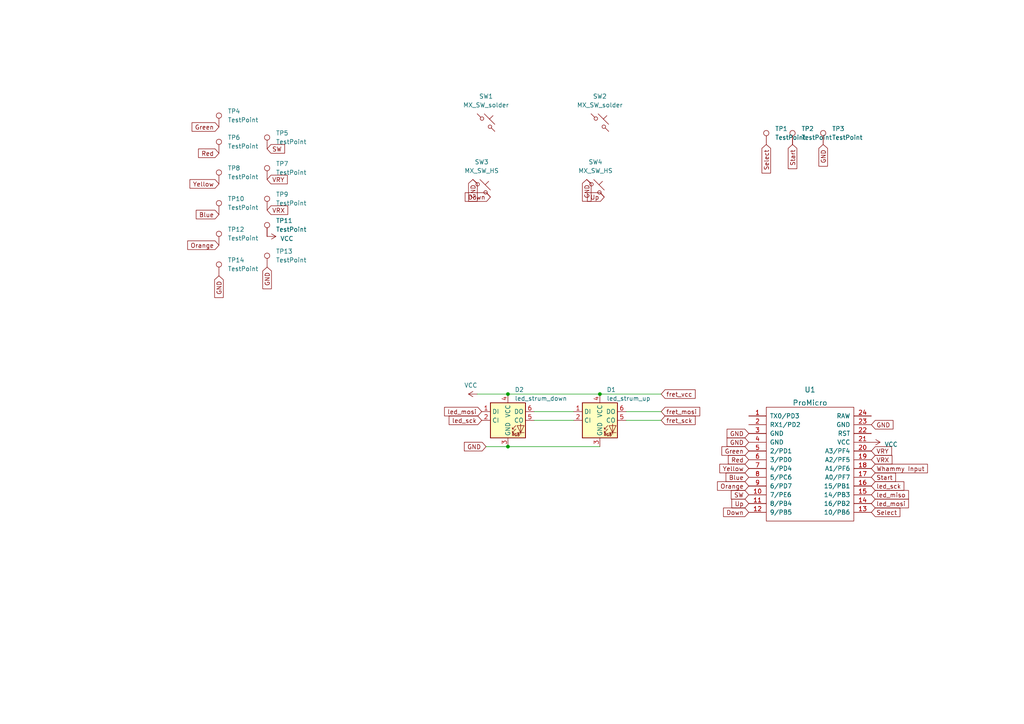
<source format=kicad_sch>
(kicad_sch (version 20230121) (generator eeschema)
  (paper "A4")
  (lib_symbols
    (symbol "Connector:TestPoint" (pin_numbers hide) (pin_names (offset 0.762) hide)
      (property "Reference" "TP" (at 0 6.858 0))
      (property "Value" "TestPoint" (at 0 5.08 0))
      (symbol "TestPoint_0_1"
        (circle (center 0 3.302) (radius 0.762))
      )
      (symbol "TestPoint_1_1"
        (pin passive line (at 0 0 90) (length 2.54) (name "1") (number "1"))
      )
    )
    (symbol "LED:APA102"
      (property "Reference" "D" (at 5.08 5.715 0))
      (property "Value" "APA102" (at 1.27 -5.715 0))
      (symbol "APA102_0_0"
        (text "RGB" (at 2.286 -4.191 0) (effects (font (size 0.762 0.762))))
      )
      (symbol "APA102_0_1"
        (polyline (pts (xy 1.27 -3.556) (xy 1.778 -3.556)))
        (polyline (pts (xy 1.27 -2.54) (xy 1.778 -2.54)))
        (polyline (pts (xy 4.699 -3.556) (xy 2.667 -3.556)))
        (polyline (pts (xy 2.286 -2.54) (xy 1.27 -3.556) (xy 1.27 -3.048)))
        (polyline (pts (xy 2.286 -1.524) (xy 1.27 -2.54) (xy 1.27 -2.032)))
        (polyline (pts (xy 3.683 -1.016) (xy 3.683 -3.556) (xy 3.683 -4.064)))
        (polyline (pts (xy 4.699 -1.524) (xy 2.667 -1.524) (xy 3.683 -3.556) (xy 4.699 -1.524)))
        (rectangle (start 5.08 5.08) (end -5.08 -5.08) (stroke (width 0.254)) (fill (type background)))
      )
      (symbol "APA102_1_1"
        (pin input line (at -7.62 2.54 0) (length 2.54) (name "DI") (number "1"))
        (pin input line (at -7.62 0 0) (length 2.54) (name "CI") (number "2"))
        (pin power_in line (at 0 -7.62 90) (length 2.54) (name "GND") (number "3"))
        (pin power_in line (at 0 7.62 270) (length 2.54) (name "VCC") (number "4"))
        (pin output line (at 7.62 0 180) (length 2.54) (name "CO") (number "5"))
        (pin output line (at 7.62 2.54 180) (length 2.54) (name "DO") (number "6"))
      )
    )
    (symbol "keebio:ProMicro" (pin_names (offset 1.016))
      (property "Reference" "U" (at 0 0 0))
      (property "Value" "ProMicro" (at 0 -19.05 0))
      (symbol "ProMicro_0_1"
        (rectangle (start -12.7 -16.51) (end 12.7 16.51))
      )
      (symbol "ProMicro_1_1"
        (pin input line (at -17.78 13.97 0) (length 5.08) (name "TX0/PD3") (number "1"))
        (pin input line (at -17.78 -8.89 0) (length 5.08) (name "7/PE6") (number "10"))
        (pin input line (at -17.78 -11.43 0) (length 5.08) (name "8/PB4") (number "11"))
        (pin input line (at -17.78 -13.97 0) (length 5.08) (name "9/PB5") (number "12"))
        (pin input line (at 17.78 -13.97 180) (length 5.08) (name "10/PB6") (number "13"))
        (pin input line (at 17.78 -11.43 180) (length 5.08) (name "16/PB2") (number "14"))
        (pin input line (at 17.78 -8.89 180) (length 5.08) (name "14/PB3") (number "15"))
        (pin input line (at 17.78 -6.35 180) (length 5.08) (name "15/PB1") (number "16"))
        (pin input line (at 17.78 -3.81 180) (length 5.08) (name "A0/PF7") (number "17"))
        (pin input line (at 17.78 -1.27 180) (length 5.08) (name "A1/PF6") (number "18"))
        (pin input line (at 17.78 1.27 180) (length 5.08) (name "A2/PF5") (number "19"))
        (pin input line (at -17.78 11.43 0) (length 5.08) (name "RX1/PD2") (number "2"))
        (pin input line (at 17.78 3.81 180) (length 5.08) (name "A3/PF4") (number "20"))
        (pin input line (at 17.78 6.35 180) (length 5.08) (name "VCC") (number "21"))
        (pin input line (at 17.78 8.89 180) (length 5.08) (name "RST") (number "22"))
        (pin input line (at 17.78 11.43 180) (length 5.08) (name "GND") (number "23"))
        (pin input line (at 17.78 13.97 180) (length 5.08) (name "RAW") (number "24"))
        (pin input line (at -17.78 8.89 0) (length 5.08) (name "GND") (number "3"))
        (pin input line (at -17.78 6.35 0) (length 5.08) (name "GND") (number "4"))
        (pin input line (at -17.78 3.81 0) (length 5.08) (name "2/PD1") (number "5"))
        (pin input line (at -17.78 1.27 0) (length 5.08) (name "3/PD0") (number "6"))
        (pin input line (at -17.78 -1.27 0) (length 5.08) (name "4/PD4") (number "7"))
        (pin input line (at -17.78 -3.81 0) (length 5.08) (name "5/PC6") (number "8"))
        (pin input line (at -17.78 -6.35 0) (length 5.08) (name "6/PD7") (number "9"))
      )
    )
    (symbol "marbastlib-mx:MX_SW_HS" (pin_numbers hide) (pin_names (offset 1.016) hide)
      (property "Reference" "SW" (at 3.048 1.016 0))
      (property "Value" "MX_SW_HS" (at 0 -3.81 0))
      (symbol "MX_SW_HS_0_1"
        (circle (center -1.1684 1.1684) (radius 0.508))
        (polyline (pts (xy -0.508 2.54) (xy 2.54 -0.508)))
        (polyline (pts (xy 1.016 1.016) (xy 2.032 2.032)))
        (polyline (pts (xy -2.54 2.54) (xy -1.524 1.524) (xy -1.524 1.524)))
        (polyline (pts (xy 1.524 -1.524) (xy 2.54 -2.54) (xy 2.54 -2.54) (xy 2.54 -2.54)))
        (circle (center 1.143 -1.1938) (radius 0.508))
        (pin passive line (at -2.54 2.54 0) (length 0) (name "1") (number "1"))
        (pin passive line (at 2.54 -2.54 180) (length 0) (name "2") (number "2"))
      )
    )
    (symbol "marbastlib-mx:MX_SW_solder" (pin_numbers hide) (pin_names (offset 1.016) hide)
      (property "Reference" "SW" (at 3.048 1.016 0))
      (property "Value" "MX_SW_solder" (at 0 -3.81 0))
      (symbol "MX_SW_solder_0_1"
        (circle (center -1.1684 1.1684) (radius 0.508))
        (polyline (pts (xy -0.508 2.54) (xy 2.54 -0.508)))
        (polyline (pts (xy 1.016 1.016) (xy 2.032 2.032)))
        (polyline (pts (xy -2.54 2.54) (xy -1.524 1.524) (xy -1.524 1.524)))
        (polyline (pts (xy 1.524 -1.524) (xy 2.54 -2.54) (xy 2.54 -2.54) (xy 2.54 -2.54)))
        (circle (center 1.143 -1.1938) (radius 0.508))
        (pin passive line (at -2.54 2.54 0) (length 0) (name "1") (number "1"))
        (pin passive line (at 2.54 -2.54 180) (length 0) (name "2") (number "2"))
      )
    )
    (symbol "power:VCC" (power) (pin_names (offset 0))
      (property "Value" "VCC" (at 0 3.81 0))
      (symbol "VCC_0_1"
        (polyline (pts (xy -0.762 1.27) (xy 0 2.54)))
        (polyline (pts (xy 0 0) (xy 0 2.54)))
        (polyline (pts (xy 0 2.54) (xy 0.762 1.27)))
      )
      (symbol "VCC_1_1"
        (pin power_in line (at 0 0 90) (length 0) hide (name "VCC") (number "1"))
      )
    )
  )
  (junction (at 173.99 114.3))
  (junction (at 147.32 129.54))
  (junction (at 147.32 114.3))
  (wire (pts (xy 154.94 121.92) (xy 166.37 121.92)))
  (wire (pts (xy 181.61 119.38) (xy 191.77 119.38)))
  (wire (pts (xy 154.94 119.38) (xy 166.37 119.38)))
  (wire (pts (xy 181.61 121.92) (xy 191.77 121.92)))
  (wire (pts (xy 147.32 114.3) (xy 173.99 114.3)))
  (wire (pts (xy 138.43 114.3) (xy 147.32 114.3)))
  (wire (pts (xy 173.99 114.3) (xy 191.77 114.3)))
  (wire (pts (xy 147.32 129.54) (xy 173.99 129.54)))
  (wire (pts (xy 140.97 129.54) (xy 147.32 129.54)))
  (global_label "Orange" (shape input) (at 217.17 140.97 180) (property "Intersheetrefs" "${INTERSHEET_REFS}" (effects hide)))
  (global_label "GND" (shape input) (at 137.16 52.07 270) (property "Intersheetrefs" "${INTERSHEET_REFS}" (effects hide)))
  (global_label "Yellow" (shape input) (at 63.5 53.34 180) (property "Intersheetrefs" "${INTERSHEET_REFS}" (effects hide)))
  (global_label "GND" (shape input) (at 217.17 128.27 180) (property "Intersheetrefs" "${INTERSHEET_REFS}" (effects hide)))
  (global_label "SW" (shape input) (at 77.47 43.18 0) (property "Intersheetrefs" "${INTERSHEET_REFS}" (effects hide)))
  (global_label "SW" (shape input) (at 217.17 143.51 180) (property "Intersheetrefs" "${INTERSHEET_REFS}" (effects hide)))
  (global_label "GND" (shape input) (at 217.17 125.73 180) (property "Intersheetrefs" "${INTERSHEET_REFS}" (effects hide)))
  (global_label "fret_mosi" (shape input) (at 191.77 119.38 0) (property "Intersheetrefs" "${INTERSHEET_REFS}" (effects hide)))
  (global_label "Whammy Input" (shape input) (at 252.73 135.89 0) (property "Intersheetrefs" "${INTERSHEET_REFS}" (effects hide)))
  (global_label "led_miso" (shape input) (at 252.73 143.51 0) (property "Intersheetrefs" "${INTERSHEET_REFS}" (effects hide)))
  (global_label "Red" (shape input) (at 63.5 44.45 180) (property "Intersheetrefs" "${INTERSHEET_REFS}" (effects hide)))
  (global_label "VRX" (shape input) (at 252.73 133.35 0) (property "Intersheetrefs" "${INTERSHEET_REFS}" (effects hide)))
  (global_label "Up" (shape input) (at 175.26 57.15 180) (property "Intersheetrefs" "${INTERSHEET_REFS}" (effects hide)))
  (global_label "Select" (shape input) (at 222.25 41.91 270) (property "Intersheetrefs" "${INTERSHEET_REFS}" (effects hide)))
  (global_label "VRX" (shape input) (at 77.47 60.96 0) (property "Intersheetrefs" "${INTERSHEET_REFS}" (effects hide)))
  (global_label "led_sck" (shape input) (at 252.73 140.97 0) (property "Intersheetrefs" "${INTERSHEET_REFS}" (effects hide)))
  (global_label "led_mosi" (shape input) (at 139.7 119.38 180) (property "Intersheetrefs" "${INTERSHEET_REFS}" (effects hide)))
  (global_label "GND" (shape input) (at 77.47 77.47 270) (property "Intersheetrefs" "${INTERSHEET_REFS}" (effects hide)))
  (global_label "GND" (shape input) (at 170.18 52.07 270) (property "Intersheetrefs" "${INTERSHEET_REFS}" (effects hide)))
  (global_label "Select" (shape input) (at 252.73 148.59 0) (property "Intersheetrefs" "${INTERSHEET_REFS}" (effects hide)))
  (global_label "GND" (shape input) (at 238.76 41.91 270) (property "Intersheetrefs" "${INTERSHEET_REFS}" (effects hide)))
  (global_label "GND" (shape input) (at 252.73 123.19 0) (property "Intersheetrefs" "${INTERSHEET_REFS}" (effects hide)))
  (global_label "Start" (shape input) (at 252.73 138.43 0) (property "Intersheetrefs" "${INTERSHEET_REFS}" (effects hide)))
  (global_label "Blue" (shape input) (at 217.17 138.43 180) (property "Intersheetrefs" "${INTERSHEET_REFS}" (effects hide)))
  (global_label "Red" (shape input) (at 217.17 133.35 180) (property "Intersheetrefs" "${INTERSHEET_REFS}" (effects hide)))
  (global_label "led_mosi" (shape input) (at 252.73 146.05 0) (property "Intersheetrefs" "${INTERSHEET_REFS}" (effects hide)))
  (global_label "Green" (shape input) (at 217.17 130.81 180) (property "Intersheetrefs" "${INTERSHEET_REFS}" (effects hide)))
  (global_label "Up" (shape input) (at 217.17 146.05 180) (property "Intersheetrefs" "${INTERSHEET_REFS}" (effects hide)))
  (global_label "GND" (shape input) (at 140.97 129.54 180) (property "Intersheetrefs" "${INTERSHEET_REFS}" (effects hide)))
  (global_label "Yellow" (shape input) (at 217.17 135.89 180) (property "Intersheetrefs" "${INTERSHEET_REFS}" (effects hide)))
  (global_label "VRY" (shape input) (at 77.47 52.07 0) (property "Intersheetrefs" "${INTERSHEET_REFS}" (effects hide)))
  (global_label "Down" (shape input) (at 217.17 148.59 180) (property "Intersheetrefs" "${INTERSHEET_REFS}" (effects hide)))
  (global_label "Blue" (shape input) (at 63.5 62.23 180) (property "Intersheetrefs" "${INTERSHEET_REFS}" (effects hide)))
  (global_label "VRY" (shape input) (at 252.73 130.81 0) (property "Intersheetrefs" "${INTERSHEET_REFS}" (effects hide)))
  (global_label "fret_vcc" (shape input) (at 191.77 114.3 0) (property "Intersheetrefs" "${INTERSHEET_REFS}" (effects hide)))
  (global_label "Green" (shape input) (at 63.5 36.83 180) (property "Intersheetrefs" "${INTERSHEET_REFS}" (effects hide)))
  (global_label "Down" (shape input) (at 142.24 57.15 180) (property "Intersheetrefs" "${INTERSHEET_REFS}" (effects hide)))
  (global_label "fret_sck" (shape input) (at 191.77 121.92 0) (property "Intersheetrefs" "${INTERSHEET_REFS}" (effects hide)))
  (global_label "led_sck" (shape input) (at 139.7 121.92 180) (property "Intersheetrefs" "${INTERSHEET_REFS}" (effects hide)))
  (global_label "GND" (shape input) (at 63.5 80.01 270) (property "Intersheetrefs" "${INTERSHEET_REFS}" (effects hide)))
  (global_label "Start" (shape input) (at 229.87 41.91 270) (property "Intersheetrefs" "${INTERSHEET_REFS}" (effects hide)))
  (global_label "Orange" (shape input) (at 63.5 71.12 180) (property "Intersheetrefs" "${INTERSHEET_REFS}" (effects hide)))
  (symbol (lib_id "Connector:TestPoint") (at 229.87 41.91 0) (unit 1)
    (property "Reference" "TP2" (at 232.41 37.3379 0) (effects (justify left)))
    (property "Value" "TestPoint" (at 232.41 39.8779 0) (effects (justify left)))
    (property "Footprint" "TestPoint:TestPoint_THTPad_D3.0mm_Drill1.5mm" (effects hide))
  )
  (symbol (lib_id "keebio:ProMicro") (at 234.95 134.62 0) (unit 1)
    (property "Reference" "U1" (at 234.95 113.03 0) (effects (font (size 1.524 1.524))))
    (property "Value" "ProMicro" (at 234.95 116.84 0) (effects (font (size 1.524 1.524))))
    (property "Footprint" "Keebio-Parts:ArduinoProMicro" (effects hide))
  )
  (symbol (lib_id "marbastlib-mx:MX_SW_HS") (at 139.7 54.61 0) (unit 1)
    (property "Reference" "SW3" (at 139.7 46.99 0))
    (property "Value" "MX_SW_HS" (at 139.7 49.53 0))
    (property "Footprint" "marbastlib-mx:SW_MX_HS_1u" (effects hide))
  )
  (symbol (lib_id "marbastlib-mx:MX_SW_solder") (at 173.99 35.56 0) (unit 1)
    (property "Reference" "SW2" (at 173.99 27.94 0))
    (property "Value" "MX_SW_solder" (at 173.99 30.48 0))
    (property "Footprint" "marbastlib-mx:SW_MX_1u" (effects hide))
  )
  (symbol (lib_id "Connector:TestPoint") (at 63.5 53.34 0) (unit 1)
    (property "Reference" "TP8" (at 66.04 48.7679 0) (effects (justify left)))
    (property "Value" "TestPoint" (at 66.04 51.3079 0) (effects (justify left)))
    (property "Footprint" "TestPoint:TestPoint_THTPad_D3.0mm_Drill1.5mm" (effects hide))
  )
  (symbol (lib_id "Connector:TestPoint") (at 63.5 36.83 0) (unit 1)
    (property "Reference" "TP4" (at 66.04 32.2579 0) (effects (justify left)))
    (property "Value" "TestPoint" (at 66.04 34.7979 0) (effects (justify left)))
    (property "Footprint" "TestPoint:TestPoint_THTPad_D3.0mm_Drill1.5mm" (effects hide))
  )
  (symbol (lib_id "power:VCC") (at 77.47 68.58 270) (unit 1)
    (property "Reference" "#PWR02" (effects hide))
    (property "Value" "VCC" (at 81.28 69.215 90) (effects (justify left)))
  )
  (symbol (lib_id "Connector:TestPoint") (at 63.5 71.12 0) (unit 1)
    (property "Reference" "TP12" (at 66.04 66.5479 0) (effects (justify left)))
    (property "Value" "TestPoint" (at 66.04 69.0879 0) (effects (justify left)))
    (property "Footprint" "TestPoint:TestPoint_THTPad_D3.0mm_Drill1.5mm" (effects hide))
  )
  (symbol (lib_id "Connector:TestPoint") (at 77.47 52.07 0) (unit 1)
    (property "Reference" "TP7" (at 80.01 47.4979 0) (effects (justify left)))
    (property "Value" "TestPoint" (at 80.01 50.0379 0) (effects (justify left)))
    (property "Footprint" "TestPoint:TestPoint_THTPad_D3.0mm_Drill1.5mm" (effects hide))
  )
  (symbol (lib_id "Connector:TestPoint") (at 77.47 68.58 0) (unit 1)
    (property "Reference" "TP11" (at 80.01 64.0079 0) (effects (justify left)))
    (property "Value" "TestPoint" (at 80.01 66.5479 0) (effects (justify left)))
    (property "Footprint" "TestPoint:TestPoint_THTPad_D3.0mm_Drill1.5mm" (effects hide))
  )
  (symbol (lib_id "Connector:TestPoint") (at 63.5 44.45 0) (unit 1)
    (property "Reference" "TP6" (at 66.04 39.8779 0) (effects (justify left)))
    (property "Value" "TestPoint" (at 66.04 42.4179 0) (effects (justify left)))
    (property "Footprint" "TestPoint:TestPoint_THTPad_D3.0mm_Drill1.5mm" (effects hide))
  )
  (symbol (lib_id "LED:APA102") (at 173.99 121.92 0) (unit 1)
    (property "Reference" "D1" (at 175.9459 113.03 0) (effects (justify left)))
    (property "Value" "led_strum_up" (at 175.9459 115.57 0) (effects (justify left)))
    (property "Footprint" "LED_SMD:LED_RGB_5050-6" (effects hide))
    (property "Datasheet" "http://www.led-color.com/upload/201506/APA102%20LED.pdf" (effects hide))
  )
  (symbol (lib_id "power:VCC") (at 138.43 114.3 90) (unit 1)
    (property "Reference" "#PWR03" (effects hide))
    (property "Value" "VCC" (at 134.62 111.76 90) (effects (justify right)))
  )
  (symbol (lib_id "Connector:TestPoint") (at 77.47 43.18 0) (unit 1)
    (property "Reference" "TP5" (at 80.01 38.6079 0) (effects (justify left)))
    (property "Value" "TestPoint" (at 80.01 41.1479 0) (effects (justify left)))
    (property "Footprint" "TestPoint:TestPoint_THTPad_D3.0mm_Drill1.5mm" (effects hide))
  )
  (symbol (lib_id "power:VCC") (at 252.73 128.27 270) (unit 1)
    (property "Reference" "#PWR01" (effects hide))
    (property "Value" "VCC" (at 256.54 128.905 90) (effects (justify left)))
  )
  (symbol (lib_id "Connector:TestPoint") (at 63.5 62.23 0) (unit 1)
    (property "Reference" "TP10" (at 66.04 57.6579 0) (effects (justify left)))
    (property "Value" "TestPoint" (at 66.04 60.1979 0) (effects (justify left)))
    (property "Footprint" "TestPoint:TestPoint_THTPad_D3.0mm_Drill1.5mm" (effects hide))
  )
  (symbol (lib_id "marbastlib-mx:MX_SW_HS") (at 172.72 54.61 0) (unit 1)
    (property "Reference" "SW4" (at 172.72 46.99 0))
    (property "Value" "MX_SW_HS" (at 172.72 49.53 0))
    (property "Footprint" "marbastlib-mx:SW_MX_HS_1u" (effects hide))
  )
  (symbol (lib_id "Connector:TestPoint") (at 238.76 41.91 0) (unit 1)
    (property "Reference" "TP3" (at 241.3 37.3379 0) (effects (justify left)))
    (property "Value" "TestPoint" (at 241.3 39.8779 0) (effects (justify left)))
    (property "Footprint" "TestPoint:TestPoint_THTPad_D3.0mm_Drill1.5mm" (effects hide))
  )
  (symbol (lib_id "Connector:TestPoint") (at 77.47 60.96 0) (unit 1)
    (property "Reference" "TP9" (at 80.01 56.3879 0) (effects (justify left)))
    (property "Value" "TestPoint" (at 80.01 58.9279 0) (effects (justify left)))
    (property "Footprint" "TestPoint:TestPoint_THTPad_D3.0mm_Drill1.5mm" (effects hide))
  )
  (symbol (lib_id "Connector:TestPoint") (at 222.25 41.91 0) (unit 1)
    (property "Reference" "TP1" (at 224.79 37.3379 0) (effects (justify left)))
    (property "Value" "TestPoint" (at 224.79 39.8779 0) (effects (justify left)))
    (property "Footprint" "TestPoint:TestPoint_THTPad_D3.0mm_Drill1.5mm" (effects hide))
  )
  (symbol (lib_id "LED:APA102") (at 147.32 121.92 0) (unit 1)
    (property "Reference" "D2" (at 149.2759 113.03 0) (effects (justify left)))
    (property "Value" "led_strum_down" (at 149.2759 115.57 0) (effects (justify left)))
    (property "Footprint" "LED_SMD:LED_RGB_5050-6" (effects hide))
    (property "Datasheet" "http://www.led-color.com/upload/201506/APA102%20LED.pdf" (effects hide))
  )
  (symbol (lib_id "Connector:TestPoint") (at 63.5 80.01 0) (unit 1)
    (property "Reference" "TP14" (at 66.04 75.4379 0) (effects (justify left)))
    (property "Value" "TestPoint" (at 66.04 77.9779 0) (effects (justify left)))
    (property "Footprint" "TestPoint:TestPoint_THTPad_D3.0mm_Drill1.5mm" (effects hide))
  )
  (symbol (lib_id "Connector:TestPoint") (at 77.47 77.47 0) (unit 1)
    (property "Reference" "TP13" (at 80.01 72.8979 0) (effects (justify left)))
    (property "Value" "TestPoint" (at 80.01 75.4379 0) (effects (justify left)))
    (property "Footprint" "TestPoint:TestPoint_THTPad_D3.0mm_Drill1.5mm" (effects hide))
  )
  (symbol (lib_id "marbastlib-mx:MX_SW_solder") (at 140.97 35.56 0) (unit 1)
    (property "Reference" "SW1" (at 140.97 27.94 0))
    (property "Value" "MX_SW_solder" (at 140.97 30.48 0))
    (property "Footprint" "marbastlib-mx:SW_MX_1u" (effects hide))
  )
)
</source>
